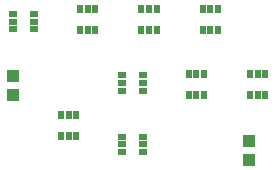
<source format=gts>
G75*
%MOIN*%
%OFA0B0*%
%FSLAX25Y25*%
%IPPOS*%
%LPD*%
%AMOC8*
5,1,8,0,0,1.08239X$1,22.5*
%
%ADD10R,0.03156X0.02054*%
%ADD11R,0.02054X0.03156*%
%ADD12R,0.04400X0.03900*%
D10*
X0091000Y0079386D03*
X0091000Y0081945D03*
X0091000Y0084504D03*
X0098087Y0084504D03*
X0098087Y0081945D03*
X0098087Y0079386D03*
X0098087Y0099858D03*
X0098087Y0102417D03*
X0098087Y0104976D03*
X0091000Y0104976D03*
X0091000Y0102417D03*
X0091000Y0099858D03*
X0061866Y0120331D03*
X0061866Y0122890D03*
X0061866Y0125449D03*
X0054780Y0125449D03*
X0054780Y0122890D03*
X0054780Y0120331D03*
D11*
X0077024Y0120134D03*
X0079583Y0120134D03*
X0082142Y0120134D03*
X0082142Y0127220D03*
X0079583Y0127220D03*
X0077024Y0127220D03*
X0097496Y0127220D03*
X0100055Y0127220D03*
X0102614Y0127220D03*
X0102614Y0120134D03*
X0100055Y0120134D03*
X0097496Y0120134D03*
X0117969Y0120134D03*
X0120528Y0120134D03*
X0123087Y0120134D03*
X0123087Y0127220D03*
X0120528Y0127220D03*
X0117969Y0127220D03*
X0118362Y0105567D03*
X0115803Y0105567D03*
X0113244Y0105567D03*
X0113244Y0098480D03*
X0115803Y0098480D03*
X0118362Y0098480D03*
X0133717Y0098480D03*
X0136276Y0098480D03*
X0138835Y0098480D03*
X0138835Y0105567D03*
X0136276Y0105567D03*
X0133717Y0105567D03*
X0075843Y0091787D03*
X0073283Y0091787D03*
X0070724Y0091787D03*
X0070724Y0084701D03*
X0073283Y0084701D03*
X0075843Y0084701D03*
D12*
X0054780Y0098378D03*
X0054780Y0104882D03*
X0133520Y0083228D03*
X0133520Y0076724D03*
M02*

</source>
